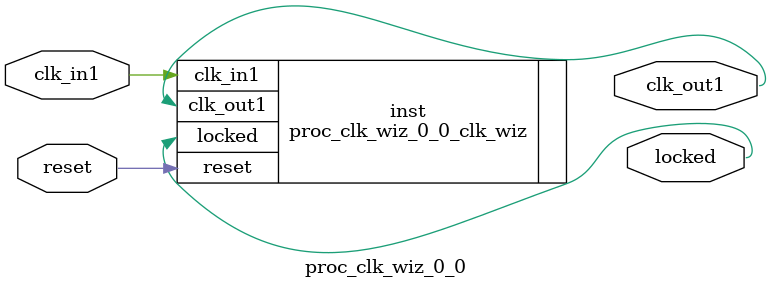
<source format=v>


`timescale 1ps/1ps

(* CORE_GENERATION_INFO = "proc_clk_wiz_0_0,clk_wiz_v6_0_4_0_0,{component_name=proc_clk_wiz_0_0,use_phase_alignment=true,use_min_o_jitter=false,use_max_i_jitter=false,use_dyn_phase_shift=false,use_inclk_switchover=false,use_dyn_reconfig=false,enable_axi=0,feedback_source=FDBK_AUTO,PRIMITIVE=MMCM,num_out_clk=1,clkin1_period=10.000,clkin2_period=10.000,use_power_down=false,use_reset=true,use_locked=true,use_inclk_stopped=false,feedback_type=SINGLE,CLOCK_MGR_TYPE=NA,manual_override=false}" *)

module proc_clk_wiz_0_0 
 (
  // Clock out ports
  output        clk_out1,
  // Status and control signals
  input         reset,
  output        locked,
 // Clock in ports
  input         clk_in1
 );

  proc_clk_wiz_0_0_clk_wiz inst
  (
  // Clock out ports  
  .clk_out1(clk_out1),
  // Status and control signals               
  .reset(reset), 
  .locked(locked),
 // Clock in ports
  .clk_in1(clk_in1)
  );

endmodule

</source>
